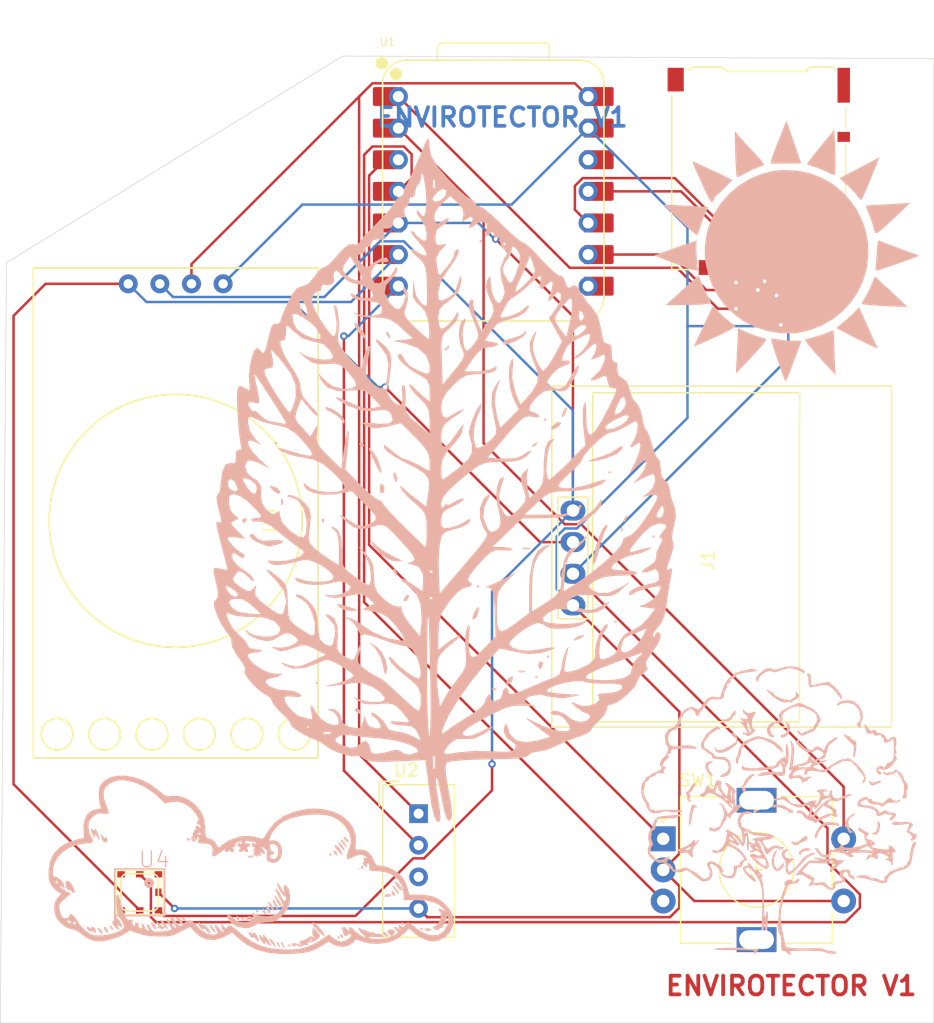
<source format=kicad_pcb>
(kicad_pcb (version 20241229) (generator "pcbnew") (generator_version "9.0")
  (layers (0 "F.Cu" signal) (2 "B.Cu" signal) (13 "F.Paste" user) (15 "B.Paste" user) (5 "F.SilkS" user "F.Silkscreen") (7 "B.SilkS" user "B.Silkscreen") (1 "F.Mask" user) (3 "B.Mask" user) (25 "Edge.Cuts" user))
  (net 0 "")
  (net 1 "Net-(J1-Pin_1)")
  (net 2 "Net-(J1-Pin_2)")
  (net 3 "+3.3V")
  (net 4 "GND")
  (net 5 "Net-(J2-DAT3{slash}CD)")
  (net 8 "Net-(J2-CMD)")
  (net 9 "Net-(J2-DAT0)")
  (net 10 "Net-(J2-CLK)")
  (net 11 "Net-(U1-GPIO28{slash}ADC2{slash}A2)")
  (net 12 "Net-(U1-GPIO27{slash}ADC1{slash}A1)")
  (net 13 "Net-(U1-GPIO29{slash}ADC3{slash}A3)")
  (net 14 "Net-(U1-GPIO0{slash}TX)")
  (net 16 "+5V")
  (footprint "Sensor:Aosong_DHT11_5.5x12.0_P2.54mm" (layer "F.Cu") (at 103.6 118.18)
    (property "Reference" "U2" (at -1 -3.5 0) (layer "F.SilkS"))
    (property "Value" "DHT11")
    (pad "1" thru_hole rect (at 0 0) (size 1.5 1.5) (drill 0.8) (layers "*.Cu" "*.Mask") (net 16 "+5V"))
    (pad "2" thru_hole circle (at 0 2.54) (size 1.5 1.5) (drill 0.8) (layers "*.Cu" "*.Mask") (net 14 "Net-(U1-GPIO0{slash}TX)"))
    (pad "3" thru_hole circle (at 0 5.08) (size 1.5 1.5) (drill 0.8) (layers "*.Cu" "*.Mask"))
    (pad "4" thru_hole circle (at 0 7.62) (size 1.5 1.5) (drill 0.8) (layers "*.Cu" "*.Mask") (net 4 "GND"))
  )
  (footprint "Library:128x64OLED" (layer "F.Cu") (at 126.6 97.82 90)
    (property "Reference" "J1" (at 0 0.254 90) (layer "F.SilkS"))
    (property "Value" "OLED Display")
    (pad "1" thru_hole oval (at 4 -10.6 180) (size 2 1.6) (drill 1) (layers "*.Cu" "*.Mask") (net 1 "Net-(J1-Pin_1)"))
    (pad "2" thru_hole oval (at 1.46 -10.6 180) (size 2 1.6) (drill 1) (layers "*.Cu" "*.Mask") (net 2 "Net-(J1-Pin_2)"))
    (pad "3" thru_hole oval (at -1.08 -10.6 180) (size 2 1.6) (drill 1) (layers "*.Cu" "*.Mask") (net 3 "+3.3V"))
    (pad "4" thru_hole oval (at -3.62 -10.6 180) (size 2 1.6) (drill 1) (layers "*.Cu" "*.Mask") (net 4 "GND"))
  )
  (footprint "LARGE:RTC_DS3231" (layer "F.Cu") (at 72.6575 113.6975 90)
    (property "Reference" "U3" (at 19.05 19.05 90) (layer "F.SilkS"))
    (property "Value" "~")
    (pad "1" thru_hole circle (at 38.1 7.62 90) (size 1.524 1.524) (drill 0.762) (layers "*.Cu" "*.Mask") (net 2 "Net-(J1-Pin_2)"))
    (pad "2" thru_hole circle (at 38.1 10.16 90) (size 1.524 1.524) (drill 0.762) (layers "*.Cu" "*.Mask") (net 1 "Net-(J1-Pin_1)"))
    (pad "3" thru_hole circle (at 38.1 12.7 90) (size 1.524 1.524) (drill 0.762) (layers "*.Cu" "*.Mask") (net 16 "+5V"))
    (pad "4" thru_hole circle (at 38.1 15.24 90) (size 1.524 1.524) (drill 0.762) (layers "*.Cu" "*.Mask") (net 4 "GND"))
  )
  (footprint "Connector_Card:microSD_HC_Hirose_DM3AT-SF-PEJM5" (layer "F.Cu") (at 130.93 66.565 180)
    (property "Reference" "J2" (at -0.075 -9.525 0) (layer "F.SilkS"))
    (property "Value" "Micro_SD_Card")
    (pad "1" smd rect (at 2.775 -7.725 180) (size 0.7 1.2) (layers "F.Cu" "F.Mask" "F.Paste"))
    (pad "2" smd rect (at 1.675 -7.725 180) (size 0.7 1.2) (layers "F.Cu" "F.Mask" "F.Paste") (net 5 "Net-(J2-DAT3{slash}CD)"))
    (pad "3" smd rect (at 0.575 -7.725 180) (size 0.7 1.2) (layers "F.Cu" "F.Mask" "F.Paste") (net 8 "Net-(J2-CMD)"))
    (pad "4" smd rect (at -0.525 -7.725 180) (size 0.7 1.2) (layers "F.Cu" "F.Mask" "F.Paste") (net 3 "+3.3V"))
    (pad "5" smd rect (at -1.625 -7.725 180) (size 0.7 1.2) (layers "F.Cu" "F.Mask" "F.Paste") (net 10 "Net-(J2-CLK)"))
    (pad "6" smd rect (at -2.725 -7.725 180) (size 0.7 1.2) (layers "F.Cu" "F.Mask" "F.Paste") (net 4 "GND"))
    (pad "7" smd rect (at -3.825 -7.725 180) (size 0.7 1.2) (layers "F.Cu" "F.Mask" "F.Paste") (net 9 "Net-(J2-DAT0)"))
    (pad "8" smd rect (at -4.925 -7.725 180) (size 0.7 1.2) (layers "F.Cu" "F.Mask" "F.Paste"))
    (pad "9" smd rect (at -5.875 -7.725 180) (size 0.7 1.2) (layers "F.Cu" "F.Mask" "F.Paste") (net 4 "GND"))
    (pad "10" smd rect (at -6.825 2.775 180) (size 1 0.8) (layers "F.Cu" "F.Mask" "F.Paste"))
    (pad "11" smd rect (at -6.825 -3.425 180) (size 1 1.2) (layers "F.Cu" "F.Mask" "F.Paste"))
    (pad "11" smd rect (at -6.825 6.925 180) (size 1 2.8) (layers "F.Cu" "F.Mask" "F.Paste"))
    (pad "11" smd rect (at 4.325 -7.725 180) (size 1 1.2) (layers "F.Cu" "F.Mask" "F.Paste"))
    (pad "11" smd rect (at 6.675 7.375 180) (size 1.3 1.9) (layers "F.Cu" "F.Mask" "F.Paste"))
  )
  (footprint "Rotary_Encoder:RotaryEncoder_Alps_EC11E-Switch_Vertical_H20mm" (layer "F.Cu") (at 123.25 120.2)
    (property "Reference" "SW1" (at 2.8 -4.7 0) (layer "F.SilkS"))
    (property "Value" "RotaryEncoder_Switch")
    (pad "A" thru_hole rect (at 0 0) (size 2 2) (drill 1) (layers "*.Cu" "*.Mask") (net 11 "Net-(U1-GPIO28{slash}ADC2{slash}A2)"))
    (pad "B" thru_hole circle (at 0 5) (size 2 2) (drill 1) (layers "*.Cu" "*.Mask") (net 13 "Net-(U1-GPIO29{slash}ADC3{slash}A3)"))
    (pad "C" thru_hole circle (at 0 2.5) (size 2 2) (drill 1) (layers "*.Cu" "*.Mask") (net 4 "GND"))
    (pad "MP" thru_hole rect (at 7.5 -3.1) (size 3.2 2) (drill oval 2.8 1.5) (layers "*.Cu" "*.Mask"))
    (pad "MP" thru_hole rect (at 7.5 8.1) (size 3.2 2) (drill oval 2.8 1.5) (layers "*.Cu" "*.Mask"))
    (pad "S1" thru_hole circle (at 14.5 5) (size 2 2) (drill 1) (layers "*.Cu" "*.Mask") (net 4 "GND"))
    (pad "S2" thru_hole circle (at 14.5 0) (size 2 2) (drill 1) (layers "*.Cu" "*.Mask") (net 12 "Net-(U1-GPIO27{slash}ADC1{slash}A1)"))
  )
  (footprint "SPARK:BMP180" (layer "F.Cu") (at 81.2 124.5)
    (property "Reference" "U4" (at 1.17348 -2.63398 0) (layer "B.SilkS") (effects (font (size 1.27 1.27) (thickness 0.1016))))
    (property "Value" "~" (at 1.80848 2.73812 0) (layer "B.SilkS") (effects (font (size 1.27 1.27) (thickness 0.1016))))
    (pad "1" smd rect (at 1.4986 -1.4478 90) (size 0.49784 0.59944) (layers "F.Cu" "F.Mask" "F.Paste"))
    (pad "2" smd rect (at 0 -1.4478 90) (size 0.49784 0.59944) (layers "F.Cu" "F.Mask" "F.Paste") (net 3 "+3.3V"))
    (pad "3" smd rect (at -1.4986 -1.4478 90) (size 0.49784 0.59944) (layers "F.Cu" "F.Mask" "F.Paste"))
    (pad "4" smd rect (at -1.4986 1.4478 90) (size 0.49784 0.59944) (layers "F.Cu" "F.Mask" "F.Paste"))
    (pad "5" smd rect (at 0 1.4478 90) (size 0.49784 0.59944) (layers "F.Cu" "F.Mask" "F.Paste") (net 2 "Net-(J1-Pin_2)"))
    (pad "6" smd rect (at 1.4986 1.4478 90) (size 0.49784 0.59944) (layers "F.Cu" "F.Mask" "F.Paste") (net 1 "Net-(J1-Pin_1)"))
    (pad "7" smd rect (at 1.4986 0 180) (size 0.49784 0.59944) (layers "F.Cu" "F.Mask" "F.Paste") (net 4 "GND"))
  )
  (footprint "OPL:XIAO-RP2040-DIP" (layer "F.Cu") (at 109.6 68.1685)
    (property "Reference" "U1" (at -8.5 -12 0) (layer "F.SilkS") (effects (font (size 0.635 0.635) (thickness 0.1016))))
    (property "Value" "XIAO-RP2040-DIP")
    (pad "1" smd roundrect (at -8.455 -7.62 180) (size 2.432 1.524) (layers "F.Cu" "F.Mask") (roundrect_rratio 0.1) (net 5 "Net-(J2-DAT3{slash}CD)"))
    (pad "1" thru_hole circle (at -7.62 -7.62 180) (size 1.524 1.524) (drill 0.889) (layers "*.Cu" "*.Mask") (net 5 "Net-(J2-DAT3{slash}CD)"))
    (pad "2" smd roundrect (at -8.455 -5.08 180) (size 2.432 1.524) (layers "F.Cu" "F.Mask") (roundrect_rratio 0.1) (net 12 "Net-(U1-GPIO27{slash}ADC1{slash}A1)"))
    (pad "2" thru_hole circle (at -7.62 -5.08 180) (size 1.524 1.524) (drill 0.889) (layers "*.Cu" "*.Mask") (net 12 "Net-(U1-GPIO27{slash}ADC1{slash}A1)"))
    (pad "3" smd roundrect (at -8.455 -2.54 180) (size 2.432 1.524) (layers "F.Cu" "F.Mask") (roundrect_rratio 0.1) (net 11 "Net-(U1-GPIO28{slash}ADC2{slash}A2)"))
    (pad "3" thru_hole circle (at -7.62 -2.54 180) (size 1.524 1.524) (drill 0.889) (layers "*.Cu" "*.Mask") (net 11 "Net-(U1-GPIO28{slash}ADC2{slash}A2)"))
    (pad "4" smd roundrect (at -8.455 0 180) (size 2.432 1.524) (layers "F.Cu" "F.Mask") (roundrect_rratio 0.1) (net 13 "Net-(U1-GPIO29{slash}ADC3{slash}A3)"))
    (pad "4" thru_hole circle (at -7.62 0 180) (size 1.524 1.524) (drill 0.889) (layers "*.Cu" "*.Mask") (net 13 "Net-(U1-GPIO29{slash}ADC3{slash}A3)"))
    (pad "5" smd roundrect (at -8.455 2.54 180) (size 2.432 1.524) (layers "F.Cu" "F.Mask") (roundrect_rratio 0.1) (net 1 "Net-(J1-Pin_1)"))
    (pad "5" thru_hole circle (at -7.62 2.54 180) (size 1.524 1.524) (drill 0.889) (layers "*.Cu" "*.Mask") (net 1 "Net-(J1-Pin_1)"))
    (pad "6" smd roundrect (at -8.455 5.08 180) (size 2.432 1.524) (layers "F.Cu" "F.Mask") (roundrect_rratio 0.1) (net 2 "Net-(J1-Pin_2)"))
    (pad "6" thru_hole circle (at -7.62 5.08 180) (size 1.524 1.524) (drill 0.889) (layers "*.Cu" "*.Mask") (net 2 "Net-(J1-Pin_2)"))
    (pad "7" smd roundrect (at -8.455 7.62 180) (size 2.432 1.524) (layers "F.Cu" "F.Mask") (roundrect_rratio 0.1) (net 14 "Net-(U1-GPIO0{slash}TX)"))
    (pad "7" thru_hole circle (at -7.62 7.62 180) (size 1.524 1.524) (drill 0.889) (layers "*.Cu" "*.Mask") (net 14 "Net-(U1-GPIO0{slash}TX)"))
    (pad "8" thru_hole circle (at 7.62 7.62) (size 1.524 1.524) (drill 0.889) (layers "*.Cu" "*.Mask"))
    (pad "8" smd roundrect (at 8.455 7.62) (size 2.432 1.524) (layers "F.Cu" "F.Mask") (roundrect_rratio 0.1))
    (pad "9" thru_hole circle (at 7.62 5.08) (size 1.524 1.524) (drill 0.889) (layers "*.Cu" "*.Mask") (net 10 "Net-(J2-CLK)"))
    (pad "9" smd roundrect (at 8.455 5.08) (size 2.432 1.524) (layers "F.Cu" "F.Mask") (roundrect_rratio 0.1) (net 10 "Net-(J2-CLK)"))
    (pad "10" thru_hole circle (at 7.62 2.54) (size 1.524 1.524) (drill 0.889) (layers "*.Cu" "*.Mask") (net 9 "Net-(J2-DAT0)"))
    (pad "10" smd roundrect (at 8.455 2.54) (size 2.432 1.524) (layers "F.Cu" "F.Mask") (roundrect_rratio 0.1) (net 9 "Net-(J2-DAT0)"))
    (pad "11" thru_hole circle (at 7.62 0) (size 1.524 1.524) (drill 0.889) (layers "*.Cu" "*.Mask") (net 8 "Net-(J2-CMD)"))
    (pad "11" smd roundrect (at 8.455 0) (size 2.432 1.524) (layers "F.Cu" "F.Mask") (roundrect_rratio 0.1) (net 8 "Net-(J2-CMD)"))
    (pad "12" thru_hole circle (at 7.62 -2.54) (size 1.524 1.524) (drill 0.889) (layers "*.Cu" "*.Mask"))
    (pad "12" smd roundrect (at 8.455 -2.54) (size 2.432 1.524) (layers "F.Cu" "F.Mask") (roundrect_rratio 0.1))
    (pad "13" thru_hole circle (at 7.62 -5.08) (size 1.524 1.524) (drill 0.889) (layers "*.Cu" "*.Mask") (net 4 "GND"))
    (pad "13" smd roundrect (at 8.455 -5.08) (size 2.432 1.524) (layers "F.Cu" "F.Mask") (roundrect_rratio 0.1) (net 4 "GND"))
    (pad "14" thru_hole circle (at 7.62 -7.62) (size 1.524 1.524) (drill 0.889) (layers "*.Cu" "*.Mask") (net 16 "+5V"))
    (pad "14" smd roundrect (at 8.455 -7.62) (size 2.432 1.524) (layers "F.Cu" "F.Mask") (roundrect_rratio 0.1) (net 16 "+5V"))
  )
  (footprint "LOGO" (layer "B.Cu") (at 90.3 121.3 180)
    (property "Reference" "G***" (at 0 0 0) (layer "B.SilkS") (effects (font (size 1.5 1.5) (thickness 0.3)) (justify mirror)))
    (property "Value" "LOGO" (hide yes))
  )
  (footprint "LOGO" (layer "B.Cu") (at 133.3 72.8 180)
    (property "Reference" "G***" (at 0 0 0) (layer "B.SilkS") (effects (font (size 1.5 1.5) (thickness 0.3)) (justify mirror)))
    (property "Value" "LOGO" (hide yes))
  )
  (footprint "LOGO" (layer "B.Cu") (at 106.6 91.1 180)
    (property "Reference" "G***" (hide yes))
    (property "Value" "LOGO" (hide yes))
  )
  (footprint "LOGO" (layer "B.Cu") (at 133 118 180)
    (property "Reference" "G***" (hide yes))
    (property "Value" "LOGO" (hide yes))
  )
  (gr_line (start 145 57.5) (end 97.5 57.3) (stroke (width 0.05)) (layer "Edge.Cuts"))
  (gr_line (start 145 135) (end 145 57.5) (stroke (width 0.05)) (layer "Edge.Cuts"))
  (gr_line (start 70.5 73.9) (end 97.5 57.3) (stroke (width 0.05)) (layer "Edge.Cuts"))
  (gr_line (start 70 135) (end 145 135) (stroke (width 0.05)) (layer "Edge.Cuts"))
  (gr_line (start 70.5 73.9) (end 70 135) (stroke (width 0.05)) (layer "Edge.Cuts"))
  (gr_text "ENVIROTECTOR V1" (at 123.3 132.9 0) (layer "F.Cu") (effects (font (size 1.5 1.5) (thickness 0.3) (bold yes)) (justify left bottom)))
  (gr_text "ENVIROTECTOR V1" (at 100.1 63.1 0) (layer "B.Cu") (effects (font (size 1.5 1.5) (thickness 0.3) (bold yes)) (justify left bottom)))
  (segment (start 98.534661 126.401) (end 103.164661 121.771) (width 0.2) (layer "F.Cu") (net 1))
  (segment (start 104.035339 121.771) (end 109.5 116.306339) (width 0.2) (layer "F.Cu") (net 1))
  (segment (start 103.164661 121.771) (end 104.035339 121.771) (width 0.2) (layer "F.Cu") (net 1))
  (segment (start 109.5 116.306339) (end 109.5 114.2) (width 0.2) (layer "F.Cu") (net 1))
  (segment (start 83.1518 126.401) (end 98.534661 126.401) (width 0.2) (layer "F.Cu") (net 1))
  (segment (start 116 93.82) (end 116 78.2) (width 0.2) (layer "F.Cu") (net 1))
  (segment (start 82.6986 125.9478) (end 83.1518 126.401) (width 0.2) (layer "F.Cu") (net 1))
  (segment (start 116 78.2) (end 109.8 72) (width 0.2) (layer "F.Cu") (net 1))
  (via (at 109.8 72) (size 0.6) (drill 0.3) (layers "F.Cu" "B.Cu") (net 1))
  (via (at 109.5 114.2) (size 0.6) (drill 0.3) (layers "F.Cu" "B.Cu") (net 1))
  (segment (start 109.8 72) (end 109.7 72) (width 0.2) (layer "B.Cu") (net 1))
  (segment (start 102.42031 72.1855) (end 100.503 72.1855) (width 0.2) (layer "B.Cu") (net 1))
  (segment (start 96.028 76.6605) (end 101.98 70.7085) (width 0.2) (layer "B.Cu") (net 1))
  (segment (start 116 93.82) (end 116 85.76519) (width 0.2) (layer "B.Cu") (net 1))
  (segment (start 109.5 100.32) (end 116 93.82) (width 0.2) (layer "B.Cu") (net 1))
  (segment (start 109.5 114.2) (end 109.5 100.32) (width 0.2) (layer "B.Cu") (net 1))
  (segment (start 116 85.76519) (end 102.42031 72.1855) (width 0.2) (layer "B.Cu") (net 1))
  (segment (start 83.8805 76.6605) (end 96.028 76.6605) (width 0.2) (layer "B.Cu") (net 1))
  (segment (start 100.503 72.1855) (end 96.028 76.6605) (width 0.2) (layer "B.Cu") (net 1))
  (segment (start 108.4085 70.7085) (end 101.98 70.7085) (width 0.2) (layer "B.Cu") (net 1))
  (segment (start 82.8175 75.5975) (end 83.8805 76.6605) (width 0.2) (layer "B.Cu") (net 1))
  (segment (start 109.7 72) (end 108.4085 70.7085) (width 0.2) (layer "B.Cu") (net 1))
  (segment (start 81.2 125.9478) (end 71.066109 115.813909) (width 0.2) (layer "F.Cu") (net 2))
  (segment (start 113.36 96.36) (end 100.9 83.9) (width 0.2) (layer "F.Cu") (net 2))
  (segment (start 81 126.1478) (end 81.2 125.9478) (width 0.2) (layer "F.Cu") (net 2))
  (segment (start 71.066109 115.813909) (end 71.066109 78.166109) (width 0.2) (layer "F.Cu") (net 2))
  (segment (start 73.634718 75.5975) (end 80.2775 75.5975) (width 0.2) (layer "F.Cu") (net 2))
  (segment (start 71.066109 78.166109) (end 73.634718 75.5975) (width 0.2) (layer "F.Cu") (net 2))
  (segment (start 116 96.36) (end 113.36 96.36) (width 0.2) (layer "F.Cu") (net 2))
  (via (at 100.9 83.9) (size 0.6) (drill 0.3) (layers "F.Cu" "B.Cu") (net 2))
  (segment (start 115.54 96.36) (end 116 96.36) (width 0.2) (layer "B.Cu") (net 2))
  (segment (start 100.9 83.9) (end 100.3385 83.9) (width 0.2) (layer "B.Cu") (net 2))
  (segment (start 116 96.36) (end 116 96.5) (width 0.2) (layer "B.Cu") (net 2))
  (segment (start 81.7415 77.0615) (end 93.5 77.0615) (width 0.2) (layer "B.Cu") (net 2))
  (segment (start 100.3385 83.9) (end 93.5 77.0615) (width 0.2) (layer "B.Cu") (net 2))
  (segment (start 80.2775 75.5975) (end 81.7415 77.0615) (width 0.2) (layer "B.Cu") (net 2))
  (segment (start 98.167 77.0615) (end 101.98 73.2485) (width 0.2) (layer "B.Cu") (net 2))
  (segment (start 93.5 77.0615) (end 98.167 77.0615) (width 0.2) (layer "B.Cu") (net 2))
  (segment (start 82.09788 123.95008) (end 82.09788 126.49772) (width 0.2) (layer "F.Cu") (net 3))
  (segment (start 136.449 119.349) (end 116 98.9) (width 0.2) (layer "F.Cu") (net 3))
  (segment (start 131.4 75.4) (end 131.4 74.345) (width 0.2) (layer "F.Cu") (net 3))
  (segment (start 139.051 125.738892) (end 139.051 124.661108) (width 0.2) (layer "F.Cu") (net 3))
  (segment (start 131.4 74.345) (end 131.455 74.29) (width 0.2) (layer "F.Cu") (net 3))
  (segment (start 81.2 123.0522) (end 82.09788 123.95008) (width 0.2) (layer "F.Cu") (net 3))
  (segment (start 136.449 122.059108) (end 136.449 119.349) (width 0.2) (layer "F.Cu") (net 3))
  (segment (start 82.50216 126.902) (end 137.887892 126.902) (width 0.2) (layer "F.Cu") (net 3))
  (segment (start 82.09788 126.49772) (end 82.50216 126.902) (width 0.2) (layer "F.Cu") (net 3))
  (segment (start 137.887892 126.902) (end 139.051 125.738892) (width 0.2) (layer "F.Cu") (net 3))
  (segment (start 139.051 124.661108) (end 136.449 122.059108) (width 0.2) (layer "F.Cu") (net 3))
  (via (at 131.4 75.4) (size 0.6) (drill 0.3) (layers "F.Cu" "B.Cu") (net 3))
  (segment (start 116 98.9) (end 133.301 81.599) (width 0.2) (layer "B.Cu") (net 3))
  (segment (start 132.072913 75.4) (end 131.4 75.4) (width 0.2) (layer "B.Cu") (net 3))
  (segment (start 133.301 76.628087) (end 132.072913 75.4) (width 0.2) (layer "B.Cu") (net 3))
  (segment (start 133.301 81.599) (end 133.301 76.628087) (width 0.2) (layer "B.Cu") (net 3))
  (segment (start 123.25 122.7) (end 124.551 121.399) (width 0.2) (layer "F.Cu") (net 4))
  (segment (start 123.788892 126.501) (end 124.551 125.738892) (width 0.2) (layer "F.Cu") (net 4))
  (segment (start 124.551 121.399) (end 124.551 109.991) (width 0.2) (layer "F.Cu") (net 4))
  (segment (start 133.655 75.09) (end 135.565 77) (width 0.2) (layer "F.Cu") (net 4))
  (segment (start 103.6 125.8) (end 104.301 126.501) (width 0.2) (layer "F.Cu") (net 4))
  (segment (start 123.25 122.7) (end 125.75 125.2) (width 0.2) (layer "F.Cu") (net 4))
  (segment (start 133.655 77.945) (end 133.655 74.29) (width 0.2) (layer "F.Cu") (net 4))
  (segment (start 135.565 77) (end 136.6 77) (width 0.2) (layer "F.Cu") (net 4))
  (segment (start 104.301 126.501) (end 123.788892 126.501) (width 0.2) (layer "F.Cu") (net 4))
  (segment (start 132.7 78.9) (end 133.655 77.945) (width 0.2) (layer "F.Cu") (net 4))
  (segment (start 83.9986 125.8) (end 84 125.8) (width 0.2) (layer "F.Cu") (net 4))
  (segment (start 124.551 125.738892) (end 124.551 124.001) (width 0.2) (layer "F.Cu") (net 4))
  (segment (start 124.551 109.991) (end 116 101.44) (width 0.2) (layer "F.Cu") (net 4))
  (segment (start 136.6 76.7) (end 136.805 76.495) (width 0.2) (layer "F.Cu") (net 4))
  (segment (start 136.805 76.495) (end 136.805 74.29) (width 0.2) (layer "F.Cu") (net 4))
  (segment (start 124.551 124.001) (end 123.25 122.7) (width 0.2) (layer "F.Cu") (net 4))
  (segment (start 125.75 125.2) (end 137.75 125.2) (width 0.2) (layer "F.Cu") (net 4))
  (segment (start 136.6 77) (end 136.6 76.7) (width 0.2) (layer "F.Cu") (net 4))
  (segment (start 133.655 74.29) (end 133.655 75.09) (width 0.2) (layer "F.Cu") (net 4))
  (segment (start 83.9986 125.8) (end 82.6986 124.5) (width 0.2) (layer "F.Cu") (net 4))
  (via (at 84 125.8) (size 0.6) (drill 0.3) (layers "F.Cu" "B.Cu") (net 4))
  (via (at 132.7 78.9) (size 0.6) (drill 0.3) (layers "F.Cu" "B.Cu") (net 4))
  (segment (start 111.077 69.2315) (end 117.22 63.0885) (width 0.2) (layer "B.Cu") (net 4))
  (segment (start 114.699 95.903951) (end 115.343951 95.259) (width 0.2) (layer "B.Cu") (net 4))
  (segment (start 125.2 79) (end 132.6 79) (width 0.2) (layer "B.Cu") (net 4))
  (segment (start 125.2 71.0685) (end 125.2 79) (width 0.2) (layer "B.Cu") (net 4))
  (segment (start 132.7 78.9) (end 132.65 78.95) (width 0.2) (layer "B.Cu") (net 4))
  (segment (start 132.6 79) (end 132.7 78.9) (width 0.2) (layer "B.Cu") (net 4))
  (segment (start 125.2 86.377049) (end 125.2 79) (width 0.2) (layer "B.Cu") (net 4))
  (segment (start 116 101.44) (end 114.699 100.139) (width 0.2) (layer "B.Cu") (net 4))
  (segment (start 94.2635 69.2315) (end 111.077 69.2315) (width 0.2) (layer "B.Cu") (net 4))
  (segment (start 115.343951 95.259) (end 116.318049 95.259) (width 0.2) (layer "B.Cu") (net 4))
  (segment (start 114.699 100.139) (end 114.699 95.903951) (width 0.2) (layer "B.Cu") (net 4))
  (segment (start 87.8975 75.5975) (end 94.2635 69.2315) (width 0.2) (layer "B.Cu") (net 4))
  (segment (start 84 125.8) (end 103.6 125.8) (width 0.2) (layer "B.Cu") (net 4))
  (segment (start 116.318049 95.259) (end 125.2 86.377049) (width 0.2) (layer "B.Cu") (net 4))
  (segment (start 117.22 63.0885) (end 125.2 71.0685) (width 0.2) (layer "B.Cu") (net 4))
  (segment (start 101.98 60.5485) (end 115.743 74.3115) (width 0.2) (layer "F.Cu") (net 5))
  (segment (start 129.1 75.5) (end 129.1 74.445) (width 0.2) (layer "F.Cu") (net 5))
  (segment (start 127.6459 77.6) (end 129.1 77.6) (width 0.2) (layer "F.Cu") (net 5))
  (segment (start 124.3574 74.3115) (end 127.6459 77.6) (width 0.2) (layer "F.Cu") (net 5))
  (segment (start 115.743 74.3115) (end 124.3574 74.3115) (width 0.2) (layer "F.Cu") (net 5))
  (segment (start 129.1 74.445) (end 129.255 74.29) (width 0.2) (layer "F.Cu") (net 5))
  (via (at 129.1 75.5) (size 0.6) (drill 0.3) (layers "F.Cu" "B.Cu") (net 5))
  (via (at 129.1 77.6) (size 0.6) (drill 0.3) (layers "F.Cu" "B.Cu") (net 5))
  (segment (start 129.1 77.6) (end 129.1 75.7) (width 0.2) (layer "B.Cu") (net 5))
  (segment (start 129.1 75.7) (end 129.1 75.5) (width 0.2) (layer "B.Cu") (net 5))
  (segment (start 117.22 68.1685) (end 124.6855 68.1685) (width 0.2) (layer "F.Cu") (net 8))
  (segment (start 124.6855 68.1685) (end 130.355 73.838) (width 0.2) (layer "F.Cu") (net 8))
  (segment (start 130.355 73.838) (end 130.355 74.29) (width 0.2) (layer "F.Cu") (net 8))
  (segment (start 124.1896 67.1055) (end 130.4731 73.389) (width 0.2) (layer "F.Cu") (net 9))
  (segment (start 116.157 67.72819) (end 116.77969 67.1055) (width 0.2) (layer "F.Cu") (net 9))
  (segment (start 134.755 73.49) (end 134.755 74.29) (width 0.2) (layer "F.Cu") (net 9))
  (segment (start 134.654 73.389) (end 134.755 73.49) (width 0.2) (layer "F.Cu") (net 9))
  (segment (start 116.77969 67.1055) (end 124.1896 67.1055) (width 0.2) (layer "F.Cu") (net 9))
  (segment (start 130.4731 73.389) (end 134.654 73.389) (width 0.2) (layer "F.Cu") (net 9))
  (segment (start 116.157 69.6455) (end 116.157 67.72819) (width 0.2) (layer "F.Cu") (net 9))
  (segment (start 117.22 70.7085) (end 116.157 69.6455) (width 0.2) (layer "F.Cu") (net 9))
  (segment (start 132.555 76.345) (end 132.555 74.29) (width 0.2) (layer "F.Cu") (net 10))
  (segment (start 126.713 76.1) (end 130.855 76.1) (width 0.2) (layer "F.Cu") (net 10))
  (segment (start 132.361485 76.538515) (end 132.555 76.345) (width 0.2) (layer "F.Cu") (net 10))
  (segment (start 123.8615 73.2485) (end 126.713 76.1) (width 0.2) (layer "F.Cu") (net 10))
  (segment (start 117.22 73.2485) (end 123.8615 73.2485) (width 0.2) (layer "F.Cu") (net 10))
  (via (at 130.855 76.1) (size 0.6) (drill 0.3) (layers "F.Cu" "B.Cu") (net 10))
  (via (at 132.361485 76.538515) (size 0.6) (drill 0.3) (layers "F.Cu" "B.Cu") (net 10))
  (segment (start 132 76.1) (end 132.4 76.5) (width 0.2) (layer "B.Cu") (net 10))
  (segment (start 130.855 76.1) (end 132 76.1) (width 0.2) (layer "B.Cu") (net 10))
  (segment (start 132.4 76.5) (end 132.361485 76.538515) (width 0.2) (layer "B.Cu") (net 10))
  (segment (start 99.628 66.90287) (end 100.90237 65.6285) (width 0.2) (layer "F.Cu") (net 11))
  (segment (start 123.25 120.2) (end 99.628 96.578) (width 0.2) (layer "F.Cu") (net 11))
  (segment (start 99.628 96.578) (end 99.628 66.90287) (width 0.2) (layer "F.Cu") (net 11))
  (segment (start 100.90237 65.6285) (end 101.98 65.6285) (width 0.2) (layer "F.Cu") (net 11))
  (segment (start 137.75 120.2) (end 137.75 116.014951) (width 0.2) (layer "F.Cu") (net 12))
  (segment (start 116.656049 94.921) (end 115.343951 94.921) (width 0.2) (layer "F.Cu") (net 12))
  (segment (start 137.75 116.014951) (end 116.656049 94.921) (width 0.2) (layer "F.Cu") (net 12))
  (segment (start 115.343951 94.921) (end 108.824549 88.401598) (width 0.2) (layer "F.Cu") (net 12))
  (segment (start 108.824549 69.933049) (end 101.98 63.0885) (width 0.2) (layer "F.Cu") (net 12))
  (segment (start 108.824549 88.401598) (end 108.824549 69.933049) (width 0.2) (layer "F.Cu") (net 12))
  (segment (start 123.25 125.2) (end 99.227 101.177) (width 0.2) (layer "F.Cu") (net 13))
  (segment (start 103.043 65.18819) (end 103.043 67.1055) (width 0.2) (layer "F.Cu") (net 13))
  (segment (start 99.227 65.227874) (end 99.889374 64.5655) (width 0.2) (layer "F.Cu") (net 13))
  (segment (start 99.889374 64.5655) (end 102.42031 64.5655) (width 0.2) (layer "F.Cu") (net 13))
  (segment (start 99.227 101.177) (end 99.227 65.227874) (width 0.2) (layer "F.Cu") (net 13))
  (segment (start 103.043 67.1055) (end 101.98 68.1685) (width 0.2) (layer "F.Cu") (net 13))
  (segment (start 102.42031 64.5655) (end 103.043 65.18819) (width 0.2) (layer "F.Cu") (net 13))
  (segment (start 97.6 79.7) (end 97.6 79.8) (width 0.2) (layer "F.Cu") (net 14))
  (segment (start 103.6 120.72) (end 97.6 114.72) (width 0.2) (layer "F.Cu") (net 14))
  (segment (start 97.6 114.72) (end 97.6 79.8) (width 0.2) (layer "F.Cu") (net 14))
  (via (at 97.6 79.8) (size 0.6) (drill 0.3) (layers "F.Cu" "B.Cu") (net 14))
  (segment (start 97.9685 79.8) (end 101.98 75.7885) (width 0.2) (layer "B.Cu") (net 14))
  (segment (start 97.6 79.8) (end 97.9685 79.8) (width 0.2) (layer "B.Cu") (net 14))
  (segment (start 98.826 113.406) (end 98.826 60.548874) (width 0.2) (layer "F.Cu") (net 16))
  (segment (start 116.157 59.4855) (end 117.22 60.5485) (width 0.2) (layer "F.Cu") (net 16))
  (segment (start 103.6 118.18) (end 98.826 113.406) (width 0.2) (layer "F.Cu") (net 16))
  (segment (start 99.889374 59.4855) (end 116.157 59.4855) (width 0.2) (layer "F.Cu") (net 16))
  (segment (start 99.087437 60.287437) (end 99.889374 59.4855) (width 0.2) (layer "F.Cu") (net 16))
  (segment (start 85.3575 75.5975) (end 85.3575 74.017374) (width 0.2) (layer "F.Cu") (net 16))
  (segment (start 85.3575 74.017374) (end 99.087437 60.287437) (width 0.2) (layer "F.Cu") (net 16))
  (segment (start 98.826 60.548874) (end 99.087437 60.287437) (width 0.2) (layer "F.Cu") (net 16))
)
</source>
